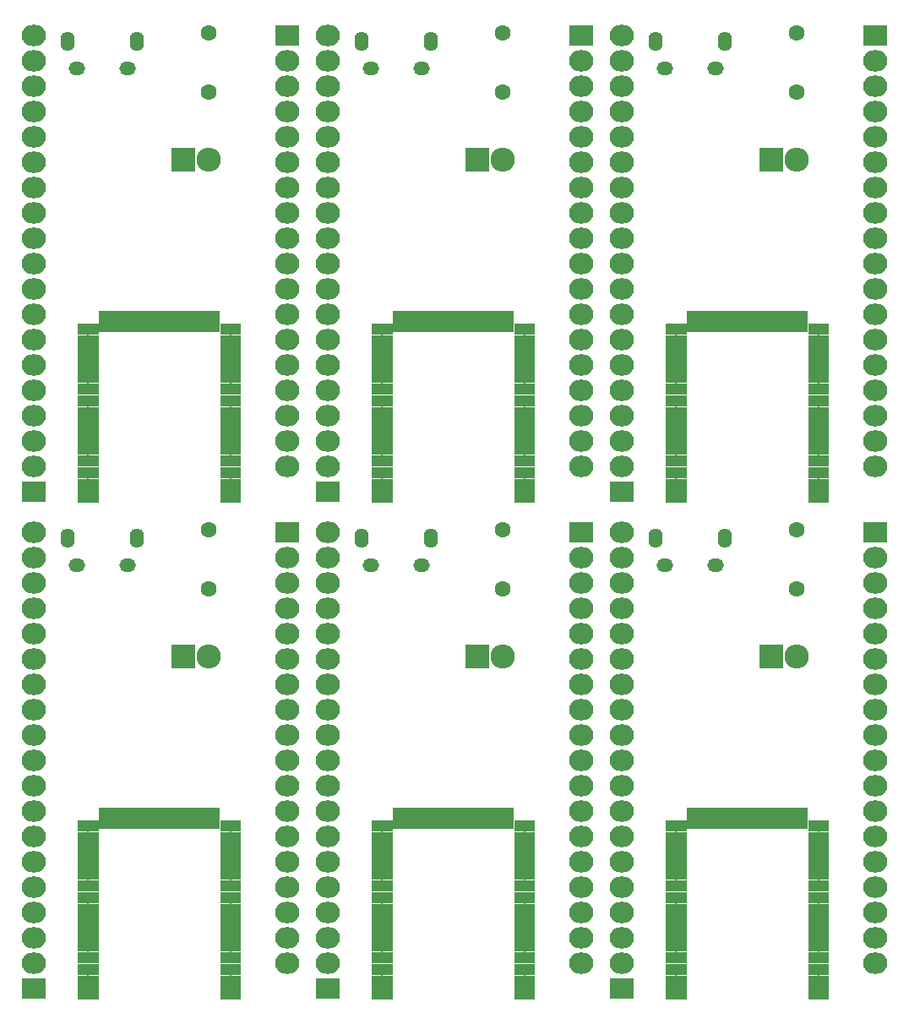
<source format=gbr>
G04 #@! TF.GenerationSoftware,KiCad,Pcbnew,5.0.0-rc2-dev-unknown-ce1bd4c~62~ubuntu16.04.1*
G04 #@! TF.CreationDate,2018-03-08T22:04:42+01:00*
G04 #@! TF.ProjectId,BM23_multi,424D32335F6D756C74692E6B69636164,rev?*
G04 #@! TF.SameCoordinates,Original*
G04 #@! TF.FileFunction,Soldermask,Bot*
G04 #@! TF.FilePolarity,Negative*
%FSLAX46Y46*%
G04 Gerber Fmt 4.6, Leading zero omitted, Abs format (unit mm)*
G04 Created by KiCad (PCBNEW 5.0.0-rc2-dev-unknown-ce1bd4c~62~ubuntu16.04.1) date Thu Mar  8 22:04:42 2018*
%MOMM*%
%LPD*%
G01*
G04 APERTURE LIST*
%ADD10O,2.432000X2.127200*%
%ADD11R,2.432000X2.127200*%
%ADD12C,1.600000*%
%ADD13O,2.432000X2.432000*%
%ADD14R,2.432000X2.432000*%
%ADD15C,1.250000*%
%ADD16C,0.050000*%
%ADD17C,1.160000*%
%ADD18O,1.400000X1.950000*%
%ADD19O,1.650000X1.350000*%
G04 APERTURE END LIST*
D10*
X236728000Y-169164000D03*
X236728000Y-166624000D03*
X236728000Y-164084000D03*
X236728000Y-161544000D03*
X236728000Y-159004000D03*
X236728000Y-156464000D03*
X236728000Y-153924000D03*
X236728000Y-151384000D03*
X236728000Y-148844000D03*
X236728000Y-146304000D03*
X236728000Y-143764000D03*
X236728000Y-141224000D03*
X236728000Y-138684000D03*
X236728000Y-136144000D03*
X236728000Y-133604000D03*
X236728000Y-131064000D03*
X236728000Y-128524000D03*
D11*
X236728000Y-125984000D03*
D10*
X211328000Y-125984000D03*
X211328000Y-128524000D03*
X211328000Y-131064000D03*
X211328000Y-133604000D03*
X211328000Y-136144000D03*
X211328000Y-138684000D03*
X211328000Y-141224000D03*
X211328000Y-143764000D03*
X211328000Y-146304000D03*
X211328000Y-148844000D03*
X211328000Y-151384000D03*
X211328000Y-153924000D03*
X211328000Y-156464000D03*
X211328000Y-159004000D03*
X211328000Y-161544000D03*
X211328000Y-164084000D03*
X211328000Y-166624000D03*
X211328000Y-169164000D03*
D11*
X211328000Y-171704000D03*
D12*
X228854000Y-125730000D03*
X228854000Y-131730000D03*
D13*
X228854000Y-138430000D03*
D14*
X226314000Y-138430000D03*
D15*
X218508000Y-154698000D03*
D16*
G36*
X217883000Y-155748000D02*
X217883000Y-153648000D01*
X219133000Y-153648000D01*
X219133000Y-155748000D01*
X217883000Y-155748000D01*
X217883000Y-155748000D01*
G37*
D15*
X219708000Y-154698000D03*
D16*
G36*
X219083000Y-155748000D02*
X219083000Y-153648000D01*
X220333000Y-153648000D01*
X220333000Y-155748000D01*
X219083000Y-155748000D01*
X219083000Y-155748000D01*
G37*
D15*
X220908000Y-154698000D03*
D16*
G36*
X220283000Y-155748000D02*
X220283000Y-153648000D01*
X221533000Y-153648000D01*
X221533000Y-155748000D01*
X220283000Y-155748000D01*
X220283000Y-155748000D01*
G37*
D15*
X222108000Y-154698000D03*
D16*
G36*
X221483000Y-155748000D02*
X221483000Y-153648000D01*
X222733000Y-153648000D01*
X222733000Y-155748000D01*
X221483000Y-155748000D01*
X221483000Y-155748000D01*
G37*
D15*
X223308000Y-154698000D03*
D16*
G36*
X222683000Y-155748000D02*
X222683000Y-153648000D01*
X223933000Y-153648000D01*
X223933000Y-155748000D01*
X222683000Y-155748000D01*
X222683000Y-155748000D01*
G37*
D15*
X224508000Y-154698000D03*
D16*
G36*
X223883000Y-155748000D02*
X223883000Y-153648000D01*
X225133000Y-153648000D01*
X225133000Y-155748000D01*
X223883000Y-155748000D01*
X223883000Y-155748000D01*
G37*
D15*
X225708000Y-154698000D03*
D16*
G36*
X225083000Y-155748000D02*
X225083000Y-153648000D01*
X226333000Y-153648000D01*
X226333000Y-155748000D01*
X225083000Y-155748000D01*
X225083000Y-155748000D01*
G37*
D15*
X226908000Y-154698000D03*
D16*
G36*
X226283000Y-155748000D02*
X226283000Y-153648000D01*
X227533000Y-153648000D01*
X227533000Y-155748000D01*
X226283000Y-155748000D01*
X226283000Y-155748000D01*
G37*
D15*
X228108000Y-154698000D03*
D16*
G36*
X227483000Y-155748000D02*
X227483000Y-153648000D01*
X228733000Y-153648000D01*
X228733000Y-155748000D01*
X227483000Y-155748000D01*
X227483000Y-155748000D01*
G37*
D17*
X231058000Y-171048000D03*
D16*
G36*
X230008000Y-170468000D02*
X232108000Y-170468000D01*
X232108000Y-171628000D01*
X230008000Y-171628000D01*
X230008000Y-170468000D01*
X230008000Y-170468000D01*
G37*
D17*
X231058000Y-169848000D03*
D16*
G36*
X230008000Y-169268000D02*
X232108000Y-169268000D01*
X232108000Y-170428000D01*
X230008000Y-170428000D01*
X230008000Y-169268000D01*
X230008000Y-169268000D01*
G37*
D17*
X231058000Y-156648000D03*
D16*
G36*
X230008000Y-156068000D02*
X232108000Y-156068000D01*
X232108000Y-157228000D01*
X230008000Y-157228000D01*
X230008000Y-156068000D01*
X230008000Y-156068000D01*
G37*
D17*
X231058000Y-155448000D03*
D16*
G36*
X230008000Y-154868000D02*
X232108000Y-154868000D01*
X232108000Y-156028000D01*
X230008000Y-156028000D01*
X230008000Y-154868000D01*
X230008000Y-154868000D01*
G37*
D17*
X231058000Y-161448000D03*
D16*
G36*
X230008000Y-160868000D02*
X232108000Y-160868000D01*
X232108000Y-162028000D01*
X230008000Y-162028000D01*
X230008000Y-160868000D01*
X230008000Y-160868000D01*
G37*
D17*
X231058000Y-159048000D03*
D16*
G36*
X230008000Y-158468000D02*
X232108000Y-158468000D01*
X232108000Y-159628000D01*
X230008000Y-159628000D01*
X230008000Y-158468000D01*
X230008000Y-158468000D01*
G37*
D17*
X231058000Y-160248000D03*
D16*
G36*
X230008000Y-159668000D02*
X232108000Y-159668000D01*
X232108000Y-160828000D01*
X230008000Y-160828000D01*
X230008000Y-159668000D01*
X230008000Y-159668000D01*
G37*
D17*
X231058000Y-157848000D03*
D16*
G36*
X230008000Y-157268000D02*
X232108000Y-157268000D01*
X232108000Y-158428000D01*
X230008000Y-158428000D01*
X230008000Y-157268000D01*
X230008000Y-157268000D01*
G37*
D17*
X231058000Y-168648000D03*
D16*
G36*
X230008000Y-168068000D02*
X232108000Y-168068000D01*
X232108000Y-169228000D01*
X230008000Y-169228000D01*
X230008000Y-168068000D01*
X230008000Y-168068000D01*
G37*
D17*
X231058000Y-166248000D03*
D16*
G36*
X230008000Y-165668000D02*
X232108000Y-165668000D01*
X232108000Y-166828000D01*
X230008000Y-166828000D01*
X230008000Y-165668000D01*
X230008000Y-165668000D01*
G37*
D17*
X231058000Y-167448000D03*
D16*
G36*
X230008000Y-166868000D02*
X232108000Y-166868000D01*
X232108000Y-168028000D01*
X230008000Y-168028000D01*
X230008000Y-166868000D01*
X230008000Y-166868000D01*
G37*
D17*
X231058000Y-163848000D03*
D16*
G36*
X230008000Y-163268000D02*
X232108000Y-163268000D01*
X232108000Y-164428000D01*
X230008000Y-164428000D01*
X230008000Y-163268000D01*
X230008000Y-163268000D01*
G37*
D17*
X231058000Y-165048000D03*
D16*
G36*
X230008000Y-164468000D02*
X232108000Y-164468000D01*
X232108000Y-165628000D01*
X230008000Y-165628000D01*
X230008000Y-164468000D01*
X230008000Y-164468000D01*
G37*
D17*
X231058000Y-162648000D03*
D16*
G36*
X230008000Y-162068000D02*
X232108000Y-162068000D01*
X232108000Y-163228000D01*
X230008000Y-163228000D01*
X230008000Y-162068000D01*
X230008000Y-162068000D01*
G37*
D17*
X216758000Y-163848000D03*
D16*
G36*
X215708000Y-163268000D02*
X217808000Y-163268000D01*
X217808000Y-164428000D01*
X215708000Y-164428000D01*
X215708000Y-163268000D01*
X215708000Y-163268000D01*
G37*
D17*
X216758000Y-172248000D03*
D16*
G36*
X215708000Y-171668000D02*
X217808000Y-171668000D01*
X217808000Y-172828000D01*
X215708000Y-172828000D01*
X215708000Y-171668000D01*
X215708000Y-171668000D01*
G37*
D17*
X216758000Y-167448000D03*
D16*
G36*
X215708000Y-166868000D02*
X217808000Y-166868000D01*
X217808000Y-168028000D01*
X215708000Y-168028000D01*
X215708000Y-166868000D01*
X215708000Y-166868000D01*
G37*
D17*
X216758000Y-161448000D03*
D16*
G36*
X215708000Y-160868000D02*
X217808000Y-160868000D01*
X217808000Y-162028000D01*
X215708000Y-162028000D01*
X215708000Y-160868000D01*
X215708000Y-160868000D01*
G37*
D17*
X216758000Y-168648000D03*
D16*
G36*
X215708000Y-168068000D02*
X217808000Y-168068000D01*
X217808000Y-169228000D01*
X215708000Y-169228000D01*
X215708000Y-168068000D01*
X215708000Y-168068000D01*
G37*
D17*
X216758000Y-162648000D03*
D16*
G36*
X215708000Y-162068000D02*
X217808000Y-162068000D01*
X217808000Y-163228000D01*
X215708000Y-163228000D01*
X215708000Y-162068000D01*
X215708000Y-162068000D01*
G37*
D17*
X216758000Y-159048000D03*
D16*
G36*
X215708000Y-158468000D02*
X217808000Y-158468000D01*
X217808000Y-159628000D01*
X215708000Y-159628000D01*
X215708000Y-158468000D01*
X215708000Y-158468000D01*
G37*
D17*
X216758000Y-169848000D03*
D16*
G36*
X215708000Y-169268000D02*
X217808000Y-169268000D01*
X217808000Y-170428000D01*
X215708000Y-170428000D01*
X215708000Y-169268000D01*
X215708000Y-169268000D01*
G37*
D17*
X216758000Y-165048000D03*
D16*
G36*
X215708000Y-164468000D02*
X217808000Y-164468000D01*
X217808000Y-165628000D01*
X215708000Y-165628000D01*
X215708000Y-164468000D01*
X215708000Y-164468000D01*
G37*
D17*
X216758000Y-160248000D03*
D16*
G36*
X215708000Y-159668000D02*
X217808000Y-159668000D01*
X217808000Y-160828000D01*
X215708000Y-160828000D01*
X215708000Y-159668000D01*
X215708000Y-159668000D01*
G37*
D17*
X216758000Y-157848000D03*
D16*
G36*
X215708000Y-157268000D02*
X217808000Y-157268000D01*
X217808000Y-158428000D01*
X215708000Y-158428000D01*
X215708000Y-157268000D01*
X215708000Y-157268000D01*
G37*
D17*
X216758000Y-171048000D03*
D16*
G36*
X215708000Y-170468000D02*
X217808000Y-170468000D01*
X217808000Y-171628000D01*
X215708000Y-171628000D01*
X215708000Y-170468000D01*
X215708000Y-170468000D01*
G37*
D17*
X216758000Y-166248000D03*
D16*
G36*
X215708000Y-165668000D02*
X217808000Y-165668000D01*
X217808000Y-166828000D01*
X215708000Y-166828000D01*
X215708000Y-165668000D01*
X215708000Y-165668000D01*
G37*
D17*
X216758000Y-155448000D03*
D16*
G36*
X215708000Y-154868000D02*
X217808000Y-154868000D01*
X217808000Y-156028000D01*
X215708000Y-156028000D01*
X215708000Y-154868000D01*
X215708000Y-154868000D01*
G37*
D17*
X216758000Y-156648000D03*
D16*
G36*
X215708000Y-156068000D02*
X217808000Y-156068000D01*
X217808000Y-157228000D01*
X215708000Y-157228000D01*
X215708000Y-156068000D01*
X215708000Y-156068000D01*
G37*
D15*
X229308000Y-154698000D03*
D16*
G36*
X228683000Y-155748000D02*
X228683000Y-153648000D01*
X229933000Y-153648000D01*
X229933000Y-155748000D01*
X228683000Y-155748000D01*
X228683000Y-155748000D01*
G37*
D17*
X231058000Y-172248000D03*
D16*
G36*
X230008000Y-171668000D02*
X232108000Y-171668000D01*
X232108000Y-172828000D01*
X230008000Y-172828000D01*
X230008000Y-171668000D01*
X230008000Y-171668000D01*
G37*
D18*
X214686900Y-126624540D03*
X221686900Y-126624540D03*
D19*
X215686900Y-129324540D03*
X220686900Y-129324540D03*
D10*
X207264000Y-169164000D03*
X207264000Y-166624000D03*
X207264000Y-164084000D03*
X207264000Y-161544000D03*
X207264000Y-159004000D03*
X207264000Y-156464000D03*
X207264000Y-153924000D03*
X207264000Y-151384000D03*
X207264000Y-148844000D03*
X207264000Y-146304000D03*
X207264000Y-143764000D03*
X207264000Y-141224000D03*
X207264000Y-138684000D03*
X207264000Y-136144000D03*
X207264000Y-133604000D03*
X207264000Y-131064000D03*
X207264000Y-128524000D03*
D11*
X207264000Y-125984000D03*
D10*
X181864000Y-125984000D03*
X181864000Y-128524000D03*
X181864000Y-131064000D03*
X181864000Y-133604000D03*
X181864000Y-136144000D03*
X181864000Y-138684000D03*
X181864000Y-141224000D03*
X181864000Y-143764000D03*
X181864000Y-146304000D03*
X181864000Y-148844000D03*
X181864000Y-151384000D03*
X181864000Y-153924000D03*
X181864000Y-156464000D03*
X181864000Y-159004000D03*
X181864000Y-161544000D03*
X181864000Y-164084000D03*
X181864000Y-166624000D03*
X181864000Y-169164000D03*
D11*
X181864000Y-171704000D03*
D12*
X199390000Y-125730000D03*
X199390000Y-131730000D03*
D13*
X199390000Y-138430000D03*
D14*
X196850000Y-138430000D03*
D15*
X189044000Y-154698000D03*
D16*
G36*
X188419000Y-155748000D02*
X188419000Y-153648000D01*
X189669000Y-153648000D01*
X189669000Y-155748000D01*
X188419000Y-155748000D01*
X188419000Y-155748000D01*
G37*
D15*
X190244000Y-154698000D03*
D16*
G36*
X189619000Y-155748000D02*
X189619000Y-153648000D01*
X190869000Y-153648000D01*
X190869000Y-155748000D01*
X189619000Y-155748000D01*
X189619000Y-155748000D01*
G37*
D15*
X191444000Y-154698000D03*
D16*
G36*
X190819000Y-155748000D02*
X190819000Y-153648000D01*
X192069000Y-153648000D01*
X192069000Y-155748000D01*
X190819000Y-155748000D01*
X190819000Y-155748000D01*
G37*
D15*
X192644000Y-154698000D03*
D16*
G36*
X192019000Y-155748000D02*
X192019000Y-153648000D01*
X193269000Y-153648000D01*
X193269000Y-155748000D01*
X192019000Y-155748000D01*
X192019000Y-155748000D01*
G37*
D15*
X193844000Y-154698000D03*
D16*
G36*
X193219000Y-155748000D02*
X193219000Y-153648000D01*
X194469000Y-153648000D01*
X194469000Y-155748000D01*
X193219000Y-155748000D01*
X193219000Y-155748000D01*
G37*
D15*
X195044000Y-154698000D03*
D16*
G36*
X194419000Y-155748000D02*
X194419000Y-153648000D01*
X195669000Y-153648000D01*
X195669000Y-155748000D01*
X194419000Y-155748000D01*
X194419000Y-155748000D01*
G37*
D15*
X196244000Y-154698000D03*
D16*
G36*
X195619000Y-155748000D02*
X195619000Y-153648000D01*
X196869000Y-153648000D01*
X196869000Y-155748000D01*
X195619000Y-155748000D01*
X195619000Y-155748000D01*
G37*
D15*
X197444000Y-154698000D03*
D16*
G36*
X196819000Y-155748000D02*
X196819000Y-153648000D01*
X198069000Y-153648000D01*
X198069000Y-155748000D01*
X196819000Y-155748000D01*
X196819000Y-155748000D01*
G37*
D15*
X198644000Y-154698000D03*
D16*
G36*
X198019000Y-155748000D02*
X198019000Y-153648000D01*
X199269000Y-153648000D01*
X199269000Y-155748000D01*
X198019000Y-155748000D01*
X198019000Y-155748000D01*
G37*
D17*
X201594000Y-171048000D03*
D16*
G36*
X200544000Y-170468000D02*
X202644000Y-170468000D01*
X202644000Y-171628000D01*
X200544000Y-171628000D01*
X200544000Y-170468000D01*
X200544000Y-170468000D01*
G37*
D17*
X201594000Y-169848000D03*
D16*
G36*
X200544000Y-169268000D02*
X202644000Y-169268000D01*
X202644000Y-170428000D01*
X200544000Y-170428000D01*
X200544000Y-169268000D01*
X200544000Y-169268000D01*
G37*
D17*
X201594000Y-156648000D03*
D16*
G36*
X200544000Y-156068000D02*
X202644000Y-156068000D01*
X202644000Y-157228000D01*
X200544000Y-157228000D01*
X200544000Y-156068000D01*
X200544000Y-156068000D01*
G37*
D17*
X201594000Y-155448000D03*
D16*
G36*
X200544000Y-154868000D02*
X202644000Y-154868000D01*
X202644000Y-156028000D01*
X200544000Y-156028000D01*
X200544000Y-154868000D01*
X200544000Y-154868000D01*
G37*
D17*
X201594000Y-161448000D03*
D16*
G36*
X200544000Y-160868000D02*
X202644000Y-160868000D01*
X202644000Y-162028000D01*
X200544000Y-162028000D01*
X200544000Y-160868000D01*
X200544000Y-160868000D01*
G37*
D17*
X201594000Y-159048000D03*
D16*
G36*
X200544000Y-158468000D02*
X202644000Y-158468000D01*
X202644000Y-159628000D01*
X200544000Y-159628000D01*
X200544000Y-158468000D01*
X200544000Y-158468000D01*
G37*
D17*
X201594000Y-160248000D03*
D16*
G36*
X200544000Y-159668000D02*
X202644000Y-159668000D01*
X202644000Y-160828000D01*
X200544000Y-160828000D01*
X200544000Y-159668000D01*
X200544000Y-159668000D01*
G37*
D17*
X201594000Y-157848000D03*
D16*
G36*
X200544000Y-157268000D02*
X202644000Y-157268000D01*
X202644000Y-158428000D01*
X200544000Y-158428000D01*
X200544000Y-157268000D01*
X200544000Y-157268000D01*
G37*
D17*
X201594000Y-168648000D03*
D16*
G36*
X200544000Y-168068000D02*
X202644000Y-168068000D01*
X202644000Y-169228000D01*
X200544000Y-169228000D01*
X200544000Y-168068000D01*
X200544000Y-168068000D01*
G37*
D17*
X201594000Y-166248000D03*
D16*
G36*
X200544000Y-165668000D02*
X202644000Y-165668000D01*
X202644000Y-166828000D01*
X200544000Y-166828000D01*
X200544000Y-165668000D01*
X200544000Y-165668000D01*
G37*
D17*
X201594000Y-167448000D03*
D16*
G36*
X200544000Y-166868000D02*
X202644000Y-166868000D01*
X202644000Y-168028000D01*
X200544000Y-168028000D01*
X200544000Y-166868000D01*
X200544000Y-166868000D01*
G37*
D17*
X201594000Y-163848000D03*
D16*
G36*
X200544000Y-163268000D02*
X202644000Y-163268000D01*
X202644000Y-164428000D01*
X200544000Y-164428000D01*
X200544000Y-163268000D01*
X200544000Y-163268000D01*
G37*
D17*
X201594000Y-165048000D03*
D16*
G36*
X200544000Y-164468000D02*
X202644000Y-164468000D01*
X202644000Y-165628000D01*
X200544000Y-165628000D01*
X200544000Y-164468000D01*
X200544000Y-164468000D01*
G37*
D17*
X201594000Y-162648000D03*
D16*
G36*
X200544000Y-162068000D02*
X202644000Y-162068000D01*
X202644000Y-163228000D01*
X200544000Y-163228000D01*
X200544000Y-162068000D01*
X200544000Y-162068000D01*
G37*
D17*
X187294000Y-163848000D03*
D16*
G36*
X186244000Y-163268000D02*
X188344000Y-163268000D01*
X188344000Y-164428000D01*
X186244000Y-164428000D01*
X186244000Y-163268000D01*
X186244000Y-163268000D01*
G37*
D17*
X187294000Y-172248000D03*
D16*
G36*
X186244000Y-171668000D02*
X188344000Y-171668000D01*
X188344000Y-172828000D01*
X186244000Y-172828000D01*
X186244000Y-171668000D01*
X186244000Y-171668000D01*
G37*
D17*
X187294000Y-167448000D03*
D16*
G36*
X186244000Y-166868000D02*
X188344000Y-166868000D01*
X188344000Y-168028000D01*
X186244000Y-168028000D01*
X186244000Y-166868000D01*
X186244000Y-166868000D01*
G37*
D17*
X187294000Y-161448000D03*
D16*
G36*
X186244000Y-160868000D02*
X188344000Y-160868000D01*
X188344000Y-162028000D01*
X186244000Y-162028000D01*
X186244000Y-160868000D01*
X186244000Y-160868000D01*
G37*
D17*
X187294000Y-168648000D03*
D16*
G36*
X186244000Y-168068000D02*
X188344000Y-168068000D01*
X188344000Y-169228000D01*
X186244000Y-169228000D01*
X186244000Y-168068000D01*
X186244000Y-168068000D01*
G37*
D17*
X187294000Y-162648000D03*
D16*
G36*
X186244000Y-162068000D02*
X188344000Y-162068000D01*
X188344000Y-163228000D01*
X186244000Y-163228000D01*
X186244000Y-162068000D01*
X186244000Y-162068000D01*
G37*
D17*
X187294000Y-159048000D03*
D16*
G36*
X186244000Y-158468000D02*
X188344000Y-158468000D01*
X188344000Y-159628000D01*
X186244000Y-159628000D01*
X186244000Y-158468000D01*
X186244000Y-158468000D01*
G37*
D17*
X187294000Y-169848000D03*
D16*
G36*
X186244000Y-169268000D02*
X188344000Y-169268000D01*
X188344000Y-170428000D01*
X186244000Y-170428000D01*
X186244000Y-169268000D01*
X186244000Y-169268000D01*
G37*
D17*
X187294000Y-165048000D03*
D16*
G36*
X186244000Y-164468000D02*
X188344000Y-164468000D01*
X188344000Y-165628000D01*
X186244000Y-165628000D01*
X186244000Y-164468000D01*
X186244000Y-164468000D01*
G37*
D17*
X187294000Y-160248000D03*
D16*
G36*
X186244000Y-159668000D02*
X188344000Y-159668000D01*
X188344000Y-160828000D01*
X186244000Y-160828000D01*
X186244000Y-159668000D01*
X186244000Y-159668000D01*
G37*
D17*
X187294000Y-157848000D03*
D16*
G36*
X186244000Y-157268000D02*
X188344000Y-157268000D01*
X188344000Y-158428000D01*
X186244000Y-158428000D01*
X186244000Y-157268000D01*
X186244000Y-157268000D01*
G37*
D17*
X187294000Y-171048000D03*
D16*
G36*
X186244000Y-170468000D02*
X188344000Y-170468000D01*
X188344000Y-171628000D01*
X186244000Y-171628000D01*
X186244000Y-170468000D01*
X186244000Y-170468000D01*
G37*
D17*
X187294000Y-166248000D03*
D16*
G36*
X186244000Y-165668000D02*
X188344000Y-165668000D01*
X188344000Y-166828000D01*
X186244000Y-166828000D01*
X186244000Y-165668000D01*
X186244000Y-165668000D01*
G37*
D17*
X187294000Y-155448000D03*
D16*
G36*
X186244000Y-154868000D02*
X188344000Y-154868000D01*
X188344000Y-156028000D01*
X186244000Y-156028000D01*
X186244000Y-154868000D01*
X186244000Y-154868000D01*
G37*
D17*
X187294000Y-156648000D03*
D16*
G36*
X186244000Y-156068000D02*
X188344000Y-156068000D01*
X188344000Y-157228000D01*
X186244000Y-157228000D01*
X186244000Y-156068000D01*
X186244000Y-156068000D01*
G37*
D15*
X199844000Y-154698000D03*
D16*
G36*
X199219000Y-155748000D02*
X199219000Y-153648000D01*
X200469000Y-153648000D01*
X200469000Y-155748000D01*
X199219000Y-155748000D01*
X199219000Y-155748000D01*
G37*
D17*
X201594000Y-172248000D03*
D16*
G36*
X200544000Y-171668000D02*
X202644000Y-171668000D01*
X202644000Y-172828000D01*
X200544000Y-172828000D01*
X200544000Y-171668000D01*
X200544000Y-171668000D01*
G37*
D18*
X185222900Y-126624540D03*
X192222900Y-126624540D03*
D19*
X186222900Y-129324540D03*
X191222900Y-129324540D03*
D10*
X177800000Y-169164000D03*
X177800000Y-166624000D03*
X177800000Y-164084000D03*
X177800000Y-161544000D03*
X177800000Y-159004000D03*
X177800000Y-156464000D03*
X177800000Y-153924000D03*
X177800000Y-151384000D03*
X177800000Y-148844000D03*
X177800000Y-146304000D03*
X177800000Y-143764000D03*
X177800000Y-141224000D03*
X177800000Y-138684000D03*
X177800000Y-136144000D03*
X177800000Y-133604000D03*
X177800000Y-131064000D03*
X177800000Y-128524000D03*
D11*
X177800000Y-125984000D03*
D10*
X152400000Y-125984000D03*
X152400000Y-128524000D03*
X152400000Y-131064000D03*
X152400000Y-133604000D03*
X152400000Y-136144000D03*
X152400000Y-138684000D03*
X152400000Y-141224000D03*
X152400000Y-143764000D03*
X152400000Y-146304000D03*
X152400000Y-148844000D03*
X152400000Y-151384000D03*
X152400000Y-153924000D03*
X152400000Y-156464000D03*
X152400000Y-159004000D03*
X152400000Y-161544000D03*
X152400000Y-164084000D03*
X152400000Y-166624000D03*
X152400000Y-169164000D03*
D11*
X152400000Y-171704000D03*
D12*
X169926000Y-125730000D03*
X169926000Y-131730000D03*
D13*
X169926000Y-138430000D03*
D14*
X167386000Y-138430000D03*
D15*
X159580000Y-154698000D03*
D16*
G36*
X158955000Y-155748000D02*
X158955000Y-153648000D01*
X160205000Y-153648000D01*
X160205000Y-155748000D01*
X158955000Y-155748000D01*
X158955000Y-155748000D01*
G37*
D15*
X160780000Y-154698000D03*
D16*
G36*
X160155000Y-155748000D02*
X160155000Y-153648000D01*
X161405000Y-153648000D01*
X161405000Y-155748000D01*
X160155000Y-155748000D01*
X160155000Y-155748000D01*
G37*
D15*
X161980000Y-154698000D03*
D16*
G36*
X161355000Y-155748000D02*
X161355000Y-153648000D01*
X162605000Y-153648000D01*
X162605000Y-155748000D01*
X161355000Y-155748000D01*
X161355000Y-155748000D01*
G37*
D15*
X163180000Y-154698000D03*
D16*
G36*
X162555000Y-155748000D02*
X162555000Y-153648000D01*
X163805000Y-153648000D01*
X163805000Y-155748000D01*
X162555000Y-155748000D01*
X162555000Y-155748000D01*
G37*
D15*
X164380000Y-154698000D03*
D16*
G36*
X163755000Y-155748000D02*
X163755000Y-153648000D01*
X165005000Y-153648000D01*
X165005000Y-155748000D01*
X163755000Y-155748000D01*
X163755000Y-155748000D01*
G37*
D15*
X165580000Y-154698000D03*
D16*
G36*
X164955000Y-155748000D02*
X164955000Y-153648000D01*
X166205000Y-153648000D01*
X166205000Y-155748000D01*
X164955000Y-155748000D01*
X164955000Y-155748000D01*
G37*
D15*
X166780000Y-154698000D03*
D16*
G36*
X166155000Y-155748000D02*
X166155000Y-153648000D01*
X167405000Y-153648000D01*
X167405000Y-155748000D01*
X166155000Y-155748000D01*
X166155000Y-155748000D01*
G37*
D15*
X167980000Y-154698000D03*
D16*
G36*
X167355000Y-155748000D02*
X167355000Y-153648000D01*
X168605000Y-153648000D01*
X168605000Y-155748000D01*
X167355000Y-155748000D01*
X167355000Y-155748000D01*
G37*
D15*
X169180000Y-154698000D03*
D16*
G36*
X168555000Y-155748000D02*
X168555000Y-153648000D01*
X169805000Y-153648000D01*
X169805000Y-155748000D01*
X168555000Y-155748000D01*
X168555000Y-155748000D01*
G37*
D17*
X172130000Y-171048000D03*
D16*
G36*
X171080000Y-170468000D02*
X173180000Y-170468000D01*
X173180000Y-171628000D01*
X171080000Y-171628000D01*
X171080000Y-170468000D01*
X171080000Y-170468000D01*
G37*
D17*
X172130000Y-169848000D03*
D16*
G36*
X171080000Y-169268000D02*
X173180000Y-169268000D01*
X173180000Y-170428000D01*
X171080000Y-170428000D01*
X171080000Y-169268000D01*
X171080000Y-169268000D01*
G37*
D17*
X172130000Y-156648000D03*
D16*
G36*
X171080000Y-156068000D02*
X173180000Y-156068000D01*
X173180000Y-157228000D01*
X171080000Y-157228000D01*
X171080000Y-156068000D01*
X171080000Y-156068000D01*
G37*
D17*
X172130000Y-155448000D03*
D16*
G36*
X171080000Y-154868000D02*
X173180000Y-154868000D01*
X173180000Y-156028000D01*
X171080000Y-156028000D01*
X171080000Y-154868000D01*
X171080000Y-154868000D01*
G37*
D17*
X172130000Y-161448000D03*
D16*
G36*
X171080000Y-160868000D02*
X173180000Y-160868000D01*
X173180000Y-162028000D01*
X171080000Y-162028000D01*
X171080000Y-160868000D01*
X171080000Y-160868000D01*
G37*
D17*
X172130000Y-159048000D03*
D16*
G36*
X171080000Y-158468000D02*
X173180000Y-158468000D01*
X173180000Y-159628000D01*
X171080000Y-159628000D01*
X171080000Y-158468000D01*
X171080000Y-158468000D01*
G37*
D17*
X172130000Y-160248000D03*
D16*
G36*
X171080000Y-159668000D02*
X173180000Y-159668000D01*
X173180000Y-160828000D01*
X171080000Y-160828000D01*
X171080000Y-159668000D01*
X171080000Y-159668000D01*
G37*
D17*
X172130000Y-157848000D03*
D16*
G36*
X171080000Y-157268000D02*
X173180000Y-157268000D01*
X173180000Y-158428000D01*
X171080000Y-158428000D01*
X171080000Y-157268000D01*
X171080000Y-157268000D01*
G37*
D17*
X172130000Y-168648000D03*
D16*
G36*
X171080000Y-168068000D02*
X173180000Y-168068000D01*
X173180000Y-169228000D01*
X171080000Y-169228000D01*
X171080000Y-168068000D01*
X171080000Y-168068000D01*
G37*
D17*
X172130000Y-166248000D03*
D16*
G36*
X171080000Y-165668000D02*
X173180000Y-165668000D01*
X173180000Y-166828000D01*
X171080000Y-166828000D01*
X171080000Y-165668000D01*
X171080000Y-165668000D01*
G37*
D17*
X172130000Y-167448000D03*
D16*
G36*
X171080000Y-166868000D02*
X173180000Y-166868000D01*
X173180000Y-168028000D01*
X171080000Y-168028000D01*
X171080000Y-166868000D01*
X171080000Y-166868000D01*
G37*
D17*
X172130000Y-163848000D03*
D16*
G36*
X171080000Y-163268000D02*
X173180000Y-163268000D01*
X173180000Y-164428000D01*
X171080000Y-164428000D01*
X171080000Y-163268000D01*
X171080000Y-163268000D01*
G37*
D17*
X172130000Y-165048000D03*
D16*
G36*
X171080000Y-164468000D02*
X173180000Y-164468000D01*
X173180000Y-165628000D01*
X171080000Y-165628000D01*
X171080000Y-164468000D01*
X171080000Y-164468000D01*
G37*
D17*
X172130000Y-162648000D03*
D16*
G36*
X171080000Y-162068000D02*
X173180000Y-162068000D01*
X173180000Y-163228000D01*
X171080000Y-163228000D01*
X171080000Y-162068000D01*
X171080000Y-162068000D01*
G37*
D17*
X157830000Y-163848000D03*
D16*
G36*
X156780000Y-163268000D02*
X158880000Y-163268000D01*
X158880000Y-164428000D01*
X156780000Y-164428000D01*
X156780000Y-163268000D01*
X156780000Y-163268000D01*
G37*
D17*
X157830000Y-172248000D03*
D16*
G36*
X156780000Y-171668000D02*
X158880000Y-171668000D01*
X158880000Y-172828000D01*
X156780000Y-172828000D01*
X156780000Y-171668000D01*
X156780000Y-171668000D01*
G37*
D17*
X157830000Y-167448000D03*
D16*
G36*
X156780000Y-166868000D02*
X158880000Y-166868000D01*
X158880000Y-168028000D01*
X156780000Y-168028000D01*
X156780000Y-166868000D01*
X156780000Y-166868000D01*
G37*
D17*
X157830000Y-161448000D03*
D16*
G36*
X156780000Y-160868000D02*
X158880000Y-160868000D01*
X158880000Y-162028000D01*
X156780000Y-162028000D01*
X156780000Y-160868000D01*
X156780000Y-160868000D01*
G37*
D17*
X157830000Y-168648000D03*
D16*
G36*
X156780000Y-168068000D02*
X158880000Y-168068000D01*
X158880000Y-169228000D01*
X156780000Y-169228000D01*
X156780000Y-168068000D01*
X156780000Y-168068000D01*
G37*
D17*
X157830000Y-162648000D03*
D16*
G36*
X156780000Y-162068000D02*
X158880000Y-162068000D01*
X158880000Y-163228000D01*
X156780000Y-163228000D01*
X156780000Y-162068000D01*
X156780000Y-162068000D01*
G37*
D17*
X157830000Y-159048000D03*
D16*
G36*
X156780000Y-158468000D02*
X158880000Y-158468000D01*
X158880000Y-159628000D01*
X156780000Y-159628000D01*
X156780000Y-158468000D01*
X156780000Y-158468000D01*
G37*
D17*
X157830000Y-169848000D03*
D16*
G36*
X156780000Y-169268000D02*
X158880000Y-169268000D01*
X158880000Y-170428000D01*
X156780000Y-170428000D01*
X156780000Y-169268000D01*
X156780000Y-169268000D01*
G37*
D17*
X157830000Y-165048000D03*
D16*
G36*
X156780000Y-164468000D02*
X158880000Y-164468000D01*
X158880000Y-165628000D01*
X156780000Y-165628000D01*
X156780000Y-164468000D01*
X156780000Y-164468000D01*
G37*
D17*
X157830000Y-160248000D03*
D16*
G36*
X156780000Y-159668000D02*
X158880000Y-159668000D01*
X158880000Y-160828000D01*
X156780000Y-160828000D01*
X156780000Y-159668000D01*
X156780000Y-159668000D01*
G37*
D17*
X157830000Y-157848000D03*
D16*
G36*
X156780000Y-157268000D02*
X158880000Y-157268000D01*
X158880000Y-158428000D01*
X156780000Y-158428000D01*
X156780000Y-157268000D01*
X156780000Y-157268000D01*
G37*
D17*
X157830000Y-171048000D03*
D16*
G36*
X156780000Y-170468000D02*
X158880000Y-170468000D01*
X158880000Y-171628000D01*
X156780000Y-171628000D01*
X156780000Y-170468000D01*
X156780000Y-170468000D01*
G37*
D17*
X157830000Y-166248000D03*
D16*
G36*
X156780000Y-165668000D02*
X158880000Y-165668000D01*
X158880000Y-166828000D01*
X156780000Y-166828000D01*
X156780000Y-165668000D01*
X156780000Y-165668000D01*
G37*
D17*
X157830000Y-155448000D03*
D16*
G36*
X156780000Y-154868000D02*
X158880000Y-154868000D01*
X158880000Y-156028000D01*
X156780000Y-156028000D01*
X156780000Y-154868000D01*
X156780000Y-154868000D01*
G37*
D17*
X157830000Y-156648000D03*
D16*
G36*
X156780000Y-156068000D02*
X158880000Y-156068000D01*
X158880000Y-157228000D01*
X156780000Y-157228000D01*
X156780000Y-156068000D01*
X156780000Y-156068000D01*
G37*
D15*
X170380000Y-154698000D03*
D16*
G36*
X169755000Y-155748000D02*
X169755000Y-153648000D01*
X171005000Y-153648000D01*
X171005000Y-155748000D01*
X169755000Y-155748000D01*
X169755000Y-155748000D01*
G37*
D17*
X172130000Y-172248000D03*
D16*
G36*
X171080000Y-171668000D02*
X173180000Y-171668000D01*
X173180000Y-172828000D01*
X171080000Y-172828000D01*
X171080000Y-171668000D01*
X171080000Y-171668000D01*
G37*
D18*
X155758900Y-126624540D03*
X162758900Y-126624540D03*
D19*
X156758900Y-129324540D03*
X161758900Y-129324540D03*
D10*
X236728000Y-119380000D03*
X236728000Y-116840000D03*
X236728000Y-114300000D03*
X236728000Y-111760000D03*
X236728000Y-109220000D03*
X236728000Y-106680000D03*
X236728000Y-104140000D03*
X236728000Y-101600000D03*
X236728000Y-99060000D03*
X236728000Y-96520000D03*
X236728000Y-93980000D03*
X236728000Y-91440000D03*
X236728000Y-88900000D03*
X236728000Y-86360000D03*
X236728000Y-83820000D03*
X236728000Y-81280000D03*
X236728000Y-78740000D03*
D11*
X236728000Y-76200000D03*
D10*
X211328000Y-76200000D03*
X211328000Y-78740000D03*
X211328000Y-81280000D03*
X211328000Y-83820000D03*
X211328000Y-86360000D03*
X211328000Y-88900000D03*
X211328000Y-91440000D03*
X211328000Y-93980000D03*
X211328000Y-96520000D03*
X211328000Y-99060000D03*
X211328000Y-101600000D03*
X211328000Y-104140000D03*
X211328000Y-106680000D03*
X211328000Y-109220000D03*
X211328000Y-111760000D03*
X211328000Y-114300000D03*
X211328000Y-116840000D03*
X211328000Y-119380000D03*
D11*
X211328000Y-121920000D03*
D12*
X228854000Y-75946000D03*
X228854000Y-81946000D03*
D13*
X228854000Y-88646000D03*
D14*
X226314000Y-88646000D03*
D15*
X218508000Y-104914000D03*
D16*
G36*
X217883000Y-105964000D02*
X217883000Y-103864000D01*
X219133000Y-103864000D01*
X219133000Y-105964000D01*
X217883000Y-105964000D01*
X217883000Y-105964000D01*
G37*
D15*
X219708000Y-104914000D03*
D16*
G36*
X219083000Y-105964000D02*
X219083000Y-103864000D01*
X220333000Y-103864000D01*
X220333000Y-105964000D01*
X219083000Y-105964000D01*
X219083000Y-105964000D01*
G37*
D15*
X220908000Y-104914000D03*
D16*
G36*
X220283000Y-105964000D02*
X220283000Y-103864000D01*
X221533000Y-103864000D01*
X221533000Y-105964000D01*
X220283000Y-105964000D01*
X220283000Y-105964000D01*
G37*
D15*
X222108000Y-104914000D03*
D16*
G36*
X221483000Y-105964000D02*
X221483000Y-103864000D01*
X222733000Y-103864000D01*
X222733000Y-105964000D01*
X221483000Y-105964000D01*
X221483000Y-105964000D01*
G37*
D15*
X223308000Y-104914000D03*
D16*
G36*
X222683000Y-105964000D02*
X222683000Y-103864000D01*
X223933000Y-103864000D01*
X223933000Y-105964000D01*
X222683000Y-105964000D01*
X222683000Y-105964000D01*
G37*
D15*
X224508000Y-104914000D03*
D16*
G36*
X223883000Y-105964000D02*
X223883000Y-103864000D01*
X225133000Y-103864000D01*
X225133000Y-105964000D01*
X223883000Y-105964000D01*
X223883000Y-105964000D01*
G37*
D15*
X225708000Y-104914000D03*
D16*
G36*
X225083000Y-105964000D02*
X225083000Y-103864000D01*
X226333000Y-103864000D01*
X226333000Y-105964000D01*
X225083000Y-105964000D01*
X225083000Y-105964000D01*
G37*
D15*
X226908000Y-104914000D03*
D16*
G36*
X226283000Y-105964000D02*
X226283000Y-103864000D01*
X227533000Y-103864000D01*
X227533000Y-105964000D01*
X226283000Y-105964000D01*
X226283000Y-105964000D01*
G37*
D15*
X228108000Y-104914000D03*
D16*
G36*
X227483000Y-105964000D02*
X227483000Y-103864000D01*
X228733000Y-103864000D01*
X228733000Y-105964000D01*
X227483000Y-105964000D01*
X227483000Y-105964000D01*
G37*
D17*
X231058000Y-121264000D03*
D16*
G36*
X230008000Y-120684000D02*
X232108000Y-120684000D01*
X232108000Y-121844000D01*
X230008000Y-121844000D01*
X230008000Y-120684000D01*
X230008000Y-120684000D01*
G37*
D17*
X231058000Y-120064000D03*
D16*
G36*
X230008000Y-119484000D02*
X232108000Y-119484000D01*
X232108000Y-120644000D01*
X230008000Y-120644000D01*
X230008000Y-119484000D01*
X230008000Y-119484000D01*
G37*
D17*
X231058000Y-106864000D03*
D16*
G36*
X230008000Y-106284000D02*
X232108000Y-106284000D01*
X232108000Y-107444000D01*
X230008000Y-107444000D01*
X230008000Y-106284000D01*
X230008000Y-106284000D01*
G37*
D17*
X231058000Y-105664000D03*
D16*
G36*
X230008000Y-105084000D02*
X232108000Y-105084000D01*
X232108000Y-106244000D01*
X230008000Y-106244000D01*
X230008000Y-105084000D01*
X230008000Y-105084000D01*
G37*
D17*
X231058000Y-111664000D03*
D16*
G36*
X230008000Y-111084000D02*
X232108000Y-111084000D01*
X232108000Y-112244000D01*
X230008000Y-112244000D01*
X230008000Y-111084000D01*
X230008000Y-111084000D01*
G37*
D17*
X231058000Y-109264000D03*
D16*
G36*
X230008000Y-108684000D02*
X232108000Y-108684000D01*
X232108000Y-109844000D01*
X230008000Y-109844000D01*
X230008000Y-108684000D01*
X230008000Y-108684000D01*
G37*
D17*
X231058000Y-110464000D03*
D16*
G36*
X230008000Y-109884000D02*
X232108000Y-109884000D01*
X232108000Y-111044000D01*
X230008000Y-111044000D01*
X230008000Y-109884000D01*
X230008000Y-109884000D01*
G37*
D17*
X231058000Y-108064000D03*
D16*
G36*
X230008000Y-107484000D02*
X232108000Y-107484000D01*
X232108000Y-108644000D01*
X230008000Y-108644000D01*
X230008000Y-107484000D01*
X230008000Y-107484000D01*
G37*
D17*
X231058000Y-118864000D03*
D16*
G36*
X230008000Y-118284000D02*
X232108000Y-118284000D01*
X232108000Y-119444000D01*
X230008000Y-119444000D01*
X230008000Y-118284000D01*
X230008000Y-118284000D01*
G37*
D17*
X231058000Y-116464000D03*
D16*
G36*
X230008000Y-115884000D02*
X232108000Y-115884000D01*
X232108000Y-117044000D01*
X230008000Y-117044000D01*
X230008000Y-115884000D01*
X230008000Y-115884000D01*
G37*
D17*
X231058000Y-117664000D03*
D16*
G36*
X230008000Y-117084000D02*
X232108000Y-117084000D01*
X232108000Y-118244000D01*
X230008000Y-118244000D01*
X230008000Y-117084000D01*
X230008000Y-117084000D01*
G37*
D17*
X231058000Y-114064000D03*
D16*
G36*
X230008000Y-113484000D02*
X232108000Y-113484000D01*
X232108000Y-114644000D01*
X230008000Y-114644000D01*
X230008000Y-113484000D01*
X230008000Y-113484000D01*
G37*
D17*
X231058000Y-115264000D03*
D16*
G36*
X230008000Y-114684000D02*
X232108000Y-114684000D01*
X232108000Y-115844000D01*
X230008000Y-115844000D01*
X230008000Y-114684000D01*
X230008000Y-114684000D01*
G37*
D17*
X231058000Y-112864000D03*
D16*
G36*
X230008000Y-112284000D02*
X232108000Y-112284000D01*
X232108000Y-113444000D01*
X230008000Y-113444000D01*
X230008000Y-112284000D01*
X230008000Y-112284000D01*
G37*
D17*
X216758000Y-114064000D03*
D16*
G36*
X215708000Y-113484000D02*
X217808000Y-113484000D01*
X217808000Y-114644000D01*
X215708000Y-114644000D01*
X215708000Y-113484000D01*
X215708000Y-113484000D01*
G37*
D17*
X216758000Y-122464000D03*
D16*
G36*
X215708000Y-121884000D02*
X217808000Y-121884000D01*
X217808000Y-123044000D01*
X215708000Y-123044000D01*
X215708000Y-121884000D01*
X215708000Y-121884000D01*
G37*
D17*
X216758000Y-117664000D03*
D16*
G36*
X215708000Y-117084000D02*
X217808000Y-117084000D01*
X217808000Y-118244000D01*
X215708000Y-118244000D01*
X215708000Y-117084000D01*
X215708000Y-117084000D01*
G37*
D17*
X216758000Y-111664000D03*
D16*
G36*
X215708000Y-111084000D02*
X217808000Y-111084000D01*
X217808000Y-112244000D01*
X215708000Y-112244000D01*
X215708000Y-111084000D01*
X215708000Y-111084000D01*
G37*
D17*
X216758000Y-118864000D03*
D16*
G36*
X215708000Y-118284000D02*
X217808000Y-118284000D01*
X217808000Y-119444000D01*
X215708000Y-119444000D01*
X215708000Y-118284000D01*
X215708000Y-118284000D01*
G37*
D17*
X216758000Y-112864000D03*
D16*
G36*
X215708000Y-112284000D02*
X217808000Y-112284000D01*
X217808000Y-113444000D01*
X215708000Y-113444000D01*
X215708000Y-112284000D01*
X215708000Y-112284000D01*
G37*
D17*
X216758000Y-109264000D03*
D16*
G36*
X215708000Y-108684000D02*
X217808000Y-108684000D01*
X217808000Y-109844000D01*
X215708000Y-109844000D01*
X215708000Y-108684000D01*
X215708000Y-108684000D01*
G37*
D17*
X216758000Y-120064000D03*
D16*
G36*
X215708000Y-119484000D02*
X217808000Y-119484000D01*
X217808000Y-120644000D01*
X215708000Y-120644000D01*
X215708000Y-119484000D01*
X215708000Y-119484000D01*
G37*
D17*
X216758000Y-115264000D03*
D16*
G36*
X215708000Y-114684000D02*
X217808000Y-114684000D01*
X217808000Y-115844000D01*
X215708000Y-115844000D01*
X215708000Y-114684000D01*
X215708000Y-114684000D01*
G37*
D17*
X216758000Y-110464000D03*
D16*
G36*
X215708000Y-109884000D02*
X217808000Y-109884000D01*
X217808000Y-111044000D01*
X215708000Y-111044000D01*
X215708000Y-109884000D01*
X215708000Y-109884000D01*
G37*
D17*
X216758000Y-108064000D03*
D16*
G36*
X215708000Y-107484000D02*
X217808000Y-107484000D01*
X217808000Y-108644000D01*
X215708000Y-108644000D01*
X215708000Y-107484000D01*
X215708000Y-107484000D01*
G37*
D17*
X216758000Y-121264000D03*
D16*
G36*
X215708000Y-120684000D02*
X217808000Y-120684000D01*
X217808000Y-121844000D01*
X215708000Y-121844000D01*
X215708000Y-120684000D01*
X215708000Y-120684000D01*
G37*
D17*
X216758000Y-116464000D03*
D16*
G36*
X215708000Y-115884000D02*
X217808000Y-115884000D01*
X217808000Y-117044000D01*
X215708000Y-117044000D01*
X215708000Y-115884000D01*
X215708000Y-115884000D01*
G37*
D17*
X216758000Y-105664000D03*
D16*
G36*
X215708000Y-105084000D02*
X217808000Y-105084000D01*
X217808000Y-106244000D01*
X215708000Y-106244000D01*
X215708000Y-105084000D01*
X215708000Y-105084000D01*
G37*
D17*
X216758000Y-106864000D03*
D16*
G36*
X215708000Y-106284000D02*
X217808000Y-106284000D01*
X217808000Y-107444000D01*
X215708000Y-107444000D01*
X215708000Y-106284000D01*
X215708000Y-106284000D01*
G37*
D15*
X229308000Y-104914000D03*
D16*
G36*
X228683000Y-105964000D02*
X228683000Y-103864000D01*
X229933000Y-103864000D01*
X229933000Y-105964000D01*
X228683000Y-105964000D01*
X228683000Y-105964000D01*
G37*
D17*
X231058000Y-122464000D03*
D16*
G36*
X230008000Y-121884000D02*
X232108000Y-121884000D01*
X232108000Y-123044000D01*
X230008000Y-123044000D01*
X230008000Y-121884000D01*
X230008000Y-121884000D01*
G37*
D18*
X214686900Y-76840540D03*
X221686900Y-76840540D03*
D19*
X215686900Y-79540540D03*
X220686900Y-79540540D03*
D10*
X207264000Y-119380000D03*
X207264000Y-116840000D03*
X207264000Y-114300000D03*
X207264000Y-111760000D03*
X207264000Y-109220000D03*
X207264000Y-106680000D03*
X207264000Y-104140000D03*
X207264000Y-101600000D03*
X207264000Y-99060000D03*
X207264000Y-96520000D03*
X207264000Y-93980000D03*
X207264000Y-91440000D03*
X207264000Y-88900000D03*
X207264000Y-86360000D03*
X207264000Y-83820000D03*
X207264000Y-81280000D03*
X207264000Y-78740000D03*
D11*
X207264000Y-76200000D03*
D10*
X181864000Y-76200000D03*
X181864000Y-78740000D03*
X181864000Y-81280000D03*
X181864000Y-83820000D03*
X181864000Y-86360000D03*
X181864000Y-88900000D03*
X181864000Y-91440000D03*
X181864000Y-93980000D03*
X181864000Y-96520000D03*
X181864000Y-99060000D03*
X181864000Y-101600000D03*
X181864000Y-104140000D03*
X181864000Y-106680000D03*
X181864000Y-109220000D03*
X181864000Y-111760000D03*
X181864000Y-114300000D03*
X181864000Y-116840000D03*
X181864000Y-119380000D03*
D11*
X181864000Y-121920000D03*
D12*
X199390000Y-75946000D03*
X199390000Y-81946000D03*
D13*
X199390000Y-88646000D03*
D14*
X196850000Y-88646000D03*
D15*
X189044000Y-104914000D03*
D16*
G36*
X188419000Y-105964000D02*
X188419000Y-103864000D01*
X189669000Y-103864000D01*
X189669000Y-105964000D01*
X188419000Y-105964000D01*
X188419000Y-105964000D01*
G37*
D15*
X190244000Y-104914000D03*
D16*
G36*
X189619000Y-105964000D02*
X189619000Y-103864000D01*
X190869000Y-103864000D01*
X190869000Y-105964000D01*
X189619000Y-105964000D01*
X189619000Y-105964000D01*
G37*
D15*
X191444000Y-104914000D03*
D16*
G36*
X190819000Y-105964000D02*
X190819000Y-103864000D01*
X192069000Y-103864000D01*
X192069000Y-105964000D01*
X190819000Y-105964000D01*
X190819000Y-105964000D01*
G37*
D15*
X192644000Y-104914000D03*
D16*
G36*
X192019000Y-105964000D02*
X192019000Y-103864000D01*
X193269000Y-103864000D01*
X193269000Y-105964000D01*
X192019000Y-105964000D01*
X192019000Y-105964000D01*
G37*
D15*
X193844000Y-104914000D03*
D16*
G36*
X193219000Y-105964000D02*
X193219000Y-103864000D01*
X194469000Y-103864000D01*
X194469000Y-105964000D01*
X193219000Y-105964000D01*
X193219000Y-105964000D01*
G37*
D15*
X195044000Y-104914000D03*
D16*
G36*
X194419000Y-105964000D02*
X194419000Y-103864000D01*
X195669000Y-103864000D01*
X195669000Y-105964000D01*
X194419000Y-105964000D01*
X194419000Y-105964000D01*
G37*
D15*
X196244000Y-104914000D03*
D16*
G36*
X195619000Y-105964000D02*
X195619000Y-103864000D01*
X196869000Y-103864000D01*
X196869000Y-105964000D01*
X195619000Y-105964000D01*
X195619000Y-105964000D01*
G37*
D15*
X197444000Y-104914000D03*
D16*
G36*
X196819000Y-105964000D02*
X196819000Y-103864000D01*
X198069000Y-103864000D01*
X198069000Y-105964000D01*
X196819000Y-105964000D01*
X196819000Y-105964000D01*
G37*
D15*
X198644000Y-104914000D03*
D16*
G36*
X198019000Y-105964000D02*
X198019000Y-103864000D01*
X199269000Y-103864000D01*
X199269000Y-105964000D01*
X198019000Y-105964000D01*
X198019000Y-105964000D01*
G37*
D17*
X201594000Y-121264000D03*
D16*
G36*
X200544000Y-120684000D02*
X202644000Y-120684000D01*
X202644000Y-121844000D01*
X200544000Y-121844000D01*
X200544000Y-120684000D01*
X200544000Y-120684000D01*
G37*
D17*
X201594000Y-120064000D03*
D16*
G36*
X200544000Y-119484000D02*
X202644000Y-119484000D01*
X202644000Y-120644000D01*
X200544000Y-120644000D01*
X200544000Y-119484000D01*
X200544000Y-119484000D01*
G37*
D17*
X201594000Y-106864000D03*
D16*
G36*
X200544000Y-106284000D02*
X202644000Y-106284000D01*
X202644000Y-107444000D01*
X200544000Y-107444000D01*
X200544000Y-106284000D01*
X200544000Y-106284000D01*
G37*
D17*
X201594000Y-105664000D03*
D16*
G36*
X200544000Y-105084000D02*
X202644000Y-105084000D01*
X202644000Y-106244000D01*
X200544000Y-106244000D01*
X200544000Y-105084000D01*
X200544000Y-105084000D01*
G37*
D17*
X201594000Y-111664000D03*
D16*
G36*
X200544000Y-111084000D02*
X202644000Y-111084000D01*
X202644000Y-112244000D01*
X200544000Y-112244000D01*
X200544000Y-111084000D01*
X200544000Y-111084000D01*
G37*
D17*
X201594000Y-109264000D03*
D16*
G36*
X200544000Y-108684000D02*
X202644000Y-108684000D01*
X202644000Y-109844000D01*
X200544000Y-109844000D01*
X200544000Y-108684000D01*
X200544000Y-108684000D01*
G37*
D17*
X201594000Y-110464000D03*
D16*
G36*
X200544000Y-109884000D02*
X202644000Y-109884000D01*
X202644000Y-111044000D01*
X200544000Y-111044000D01*
X200544000Y-109884000D01*
X200544000Y-109884000D01*
G37*
D17*
X201594000Y-108064000D03*
D16*
G36*
X200544000Y-107484000D02*
X202644000Y-107484000D01*
X202644000Y-108644000D01*
X200544000Y-108644000D01*
X200544000Y-107484000D01*
X200544000Y-107484000D01*
G37*
D17*
X201594000Y-118864000D03*
D16*
G36*
X200544000Y-118284000D02*
X202644000Y-118284000D01*
X202644000Y-119444000D01*
X200544000Y-119444000D01*
X200544000Y-118284000D01*
X200544000Y-118284000D01*
G37*
D17*
X201594000Y-116464000D03*
D16*
G36*
X200544000Y-115884000D02*
X202644000Y-115884000D01*
X202644000Y-117044000D01*
X200544000Y-117044000D01*
X200544000Y-115884000D01*
X200544000Y-115884000D01*
G37*
D17*
X201594000Y-117664000D03*
D16*
G36*
X200544000Y-117084000D02*
X202644000Y-117084000D01*
X202644000Y-118244000D01*
X200544000Y-118244000D01*
X200544000Y-117084000D01*
X200544000Y-117084000D01*
G37*
D17*
X201594000Y-114064000D03*
D16*
G36*
X200544000Y-113484000D02*
X202644000Y-113484000D01*
X202644000Y-114644000D01*
X200544000Y-114644000D01*
X200544000Y-113484000D01*
X200544000Y-113484000D01*
G37*
D17*
X201594000Y-115264000D03*
D16*
G36*
X200544000Y-114684000D02*
X202644000Y-114684000D01*
X202644000Y-115844000D01*
X200544000Y-115844000D01*
X200544000Y-114684000D01*
X200544000Y-114684000D01*
G37*
D17*
X201594000Y-112864000D03*
D16*
G36*
X200544000Y-112284000D02*
X202644000Y-112284000D01*
X202644000Y-113444000D01*
X200544000Y-113444000D01*
X200544000Y-112284000D01*
X200544000Y-112284000D01*
G37*
D17*
X187294000Y-114064000D03*
D16*
G36*
X186244000Y-113484000D02*
X188344000Y-113484000D01*
X188344000Y-114644000D01*
X186244000Y-114644000D01*
X186244000Y-113484000D01*
X186244000Y-113484000D01*
G37*
D17*
X187294000Y-122464000D03*
D16*
G36*
X186244000Y-121884000D02*
X188344000Y-121884000D01*
X188344000Y-123044000D01*
X186244000Y-123044000D01*
X186244000Y-121884000D01*
X186244000Y-121884000D01*
G37*
D17*
X187294000Y-117664000D03*
D16*
G36*
X186244000Y-117084000D02*
X188344000Y-117084000D01*
X188344000Y-118244000D01*
X186244000Y-118244000D01*
X186244000Y-117084000D01*
X186244000Y-117084000D01*
G37*
D17*
X187294000Y-111664000D03*
D16*
G36*
X186244000Y-111084000D02*
X188344000Y-111084000D01*
X188344000Y-112244000D01*
X186244000Y-112244000D01*
X186244000Y-111084000D01*
X186244000Y-111084000D01*
G37*
D17*
X187294000Y-118864000D03*
D16*
G36*
X186244000Y-118284000D02*
X188344000Y-118284000D01*
X188344000Y-119444000D01*
X186244000Y-119444000D01*
X186244000Y-118284000D01*
X186244000Y-118284000D01*
G37*
D17*
X187294000Y-112864000D03*
D16*
G36*
X186244000Y-112284000D02*
X188344000Y-112284000D01*
X188344000Y-113444000D01*
X186244000Y-113444000D01*
X186244000Y-112284000D01*
X186244000Y-112284000D01*
G37*
D17*
X187294000Y-109264000D03*
D16*
G36*
X186244000Y-108684000D02*
X188344000Y-108684000D01*
X188344000Y-109844000D01*
X186244000Y-109844000D01*
X186244000Y-108684000D01*
X186244000Y-108684000D01*
G37*
D17*
X187294000Y-120064000D03*
D16*
G36*
X186244000Y-119484000D02*
X188344000Y-119484000D01*
X188344000Y-120644000D01*
X186244000Y-120644000D01*
X186244000Y-119484000D01*
X186244000Y-119484000D01*
G37*
D17*
X187294000Y-115264000D03*
D16*
G36*
X186244000Y-114684000D02*
X188344000Y-114684000D01*
X188344000Y-115844000D01*
X186244000Y-115844000D01*
X186244000Y-114684000D01*
X186244000Y-114684000D01*
G37*
D17*
X187294000Y-110464000D03*
D16*
G36*
X186244000Y-109884000D02*
X188344000Y-109884000D01*
X188344000Y-111044000D01*
X186244000Y-111044000D01*
X186244000Y-109884000D01*
X186244000Y-109884000D01*
G37*
D17*
X187294000Y-108064000D03*
D16*
G36*
X186244000Y-107484000D02*
X188344000Y-107484000D01*
X188344000Y-108644000D01*
X186244000Y-108644000D01*
X186244000Y-107484000D01*
X186244000Y-107484000D01*
G37*
D17*
X187294000Y-121264000D03*
D16*
G36*
X186244000Y-120684000D02*
X188344000Y-120684000D01*
X188344000Y-121844000D01*
X186244000Y-121844000D01*
X186244000Y-120684000D01*
X186244000Y-120684000D01*
G37*
D17*
X187294000Y-116464000D03*
D16*
G36*
X186244000Y-115884000D02*
X188344000Y-115884000D01*
X188344000Y-117044000D01*
X186244000Y-117044000D01*
X186244000Y-115884000D01*
X186244000Y-115884000D01*
G37*
D17*
X187294000Y-105664000D03*
D16*
G36*
X186244000Y-105084000D02*
X188344000Y-105084000D01*
X188344000Y-106244000D01*
X186244000Y-106244000D01*
X186244000Y-105084000D01*
X186244000Y-105084000D01*
G37*
D17*
X187294000Y-106864000D03*
D16*
G36*
X186244000Y-106284000D02*
X188344000Y-106284000D01*
X188344000Y-107444000D01*
X186244000Y-107444000D01*
X186244000Y-106284000D01*
X186244000Y-106284000D01*
G37*
D15*
X199844000Y-104914000D03*
D16*
G36*
X199219000Y-105964000D02*
X199219000Y-103864000D01*
X200469000Y-103864000D01*
X200469000Y-105964000D01*
X199219000Y-105964000D01*
X199219000Y-105964000D01*
G37*
D17*
X201594000Y-122464000D03*
D16*
G36*
X200544000Y-121884000D02*
X202644000Y-121884000D01*
X202644000Y-123044000D01*
X200544000Y-123044000D01*
X200544000Y-121884000D01*
X200544000Y-121884000D01*
G37*
D18*
X185222900Y-76840540D03*
X192222900Y-76840540D03*
D19*
X186222900Y-79540540D03*
X191222900Y-79540540D03*
D17*
X172130000Y-122464000D03*
D16*
G36*
X171080000Y-121884000D02*
X173180000Y-121884000D01*
X173180000Y-123044000D01*
X171080000Y-123044000D01*
X171080000Y-121884000D01*
X171080000Y-121884000D01*
G37*
D15*
X170380000Y-104914000D03*
D16*
G36*
X169755000Y-105964000D02*
X169755000Y-103864000D01*
X171005000Y-103864000D01*
X171005000Y-105964000D01*
X169755000Y-105964000D01*
X169755000Y-105964000D01*
G37*
D17*
X157830000Y-106864000D03*
D16*
G36*
X156780000Y-106284000D02*
X158880000Y-106284000D01*
X158880000Y-107444000D01*
X156780000Y-107444000D01*
X156780000Y-106284000D01*
X156780000Y-106284000D01*
G37*
D17*
X157830000Y-105664000D03*
D16*
G36*
X156780000Y-105084000D02*
X158880000Y-105084000D01*
X158880000Y-106244000D01*
X156780000Y-106244000D01*
X156780000Y-105084000D01*
X156780000Y-105084000D01*
G37*
D17*
X157830000Y-116464000D03*
D16*
G36*
X156780000Y-115884000D02*
X158880000Y-115884000D01*
X158880000Y-117044000D01*
X156780000Y-117044000D01*
X156780000Y-115884000D01*
X156780000Y-115884000D01*
G37*
D17*
X157830000Y-121264000D03*
D16*
G36*
X156780000Y-120684000D02*
X158880000Y-120684000D01*
X158880000Y-121844000D01*
X156780000Y-121844000D01*
X156780000Y-120684000D01*
X156780000Y-120684000D01*
G37*
D17*
X157830000Y-108064000D03*
D16*
G36*
X156780000Y-107484000D02*
X158880000Y-107484000D01*
X158880000Y-108644000D01*
X156780000Y-108644000D01*
X156780000Y-107484000D01*
X156780000Y-107484000D01*
G37*
D17*
X157830000Y-110464000D03*
D16*
G36*
X156780000Y-109884000D02*
X158880000Y-109884000D01*
X158880000Y-111044000D01*
X156780000Y-111044000D01*
X156780000Y-109884000D01*
X156780000Y-109884000D01*
G37*
D17*
X157830000Y-115264000D03*
D16*
G36*
X156780000Y-114684000D02*
X158880000Y-114684000D01*
X158880000Y-115844000D01*
X156780000Y-115844000D01*
X156780000Y-114684000D01*
X156780000Y-114684000D01*
G37*
D17*
X157830000Y-120064000D03*
D16*
G36*
X156780000Y-119484000D02*
X158880000Y-119484000D01*
X158880000Y-120644000D01*
X156780000Y-120644000D01*
X156780000Y-119484000D01*
X156780000Y-119484000D01*
G37*
D17*
X157830000Y-109264000D03*
D16*
G36*
X156780000Y-108684000D02*
X158880000Y-108684000D01*
X158880000Y-109844000D01*
X156780000Y-109844000D01*
X156780000Y-108684000D01*
X156780000Y-108684000D01*
G37*
D17*
X157830000Y-112864000D03*
D16*
G36*
X156780000Y-112284000D02*
X158880000Y-112284000D01*
X158880000Y-113444000D01*
X156780000Y-113444000D01*
X156780000Y-112284000D01*
X156780000Y-112284000D01*
G37*
D17*
X157830000Y-118864000D03*
D16*
G36*
X156780000Y-118284000D02*
X158880000Y-118284000D01*
X158880000Y-119444000D01*
X156780000Y-119444000D01*
X156780000Y-118284000D01*
X156780000Y-118284000D01*
G37*
D17*
X157830000Y-111664000D03*
D16*
G36*
X156780000Y-111084000D02*
X158880000Y-111084000D01*
X158880000Y-112244000D01*
X156780000Y-112244000D01*
X156780000Y-111084000D01*
X156780000Y-111084000D01*
G37*
D17*
X157830000Y-117664000D03*
D16*
G36*
X156780000Y-117084000D02*
X158880000Y-117084000D01*
X158880000Y-118244000D01*
X156780000Y-118244000D01*
X156780000Y-117084000D01*
X156780000Y-117084000D01*
G37*
D17*
X157830000Y-122464000D03*
D16*
G36*
X156780000Y-121884000D02*
X158880000Y-121884000D01*
X158880000Y-123044000D01*
X156780000Y-123044000D01*
X156780000Y-121884000D01*
X156780000Y-121884000D01*
G37*
D17*
X157830000Y-114064000D03*
D16*
G36*
X156780000Y-113484000D02*
X158880000Y-113484000D01*
X158880000Y-114644000D01*
X156780000Y-114644000D01*
X156780000Y-113484000D01*
X156780000Y-113484000D01*
G37*
D17*
X172130000Y-112864000D03*
D16*
G36*
X171080000Y-112284000D02*
X173180000Y-112284000D01*
X173180000Y-113444000D01*
X171080000Y-113444000D01*
X171080000Y-112284000D01*
X171080000Y-112284000D01*
G37*
D17*
X172130000Y-115264000D03*
D16*
G36*
X171080000Y-114684000D02*
X173180000Y-114684000D01*
X173180000Y-115844000D01*
X171080000Y-115844000D01*
X171080000Y-114684000D01*
X171080000Y-114684000D01*
G37*
D17*
X172130000Y-114064000D03*
D16*
G36*
X171080000Y-113484000D02*
X173180000Y-113484000D01*
X173180000Y-114644000D01*
X171080000Y-114644000D01*
X171080000Y-113484000D01*
X171080000Y-113484000D01*
G37*
D17*
X172130000Y-117664000D03*
D16*
G36*
X171080000Y-117084000D02*
X173180000Y-117084000D01*
X173180000Y-118244000D01*
X171080000Y-118244000D01*
X171080000Y-117084000D01*
X171080000Y-117084000D01*
G37*
D17*
X172130000Y-116464000D03*
D16*
G36*
X171080000Y-115884000D02*
X173180000Y-115884000D01*
X173180000Y-117044000D01*
X171080000Y-117044000D01*
X171080000Y-115884000D01*
X171080000Y-115884000D01*
G37*
D17*
X172130000Y-118864000D03*
D16*
G36*
X171080000Y-118284000D02*
X173180000Y-118284000D01*
X173180000Y-119444000D01*
X171080000Y-119444000D01*
X171080000Y-118284000D01*
X171080000Y-118284000D01*
G37*
D17*
X172130000Y-108064000D03*
D16*
G36*
X171080000Y-107484000D02*
X173180000Y-107484000D01*
X173180000Y-108644000D01*
X171080000Y-108644000D01*
X171080000Y-107484000D01*
X171080000Y-107484000D01*
G37*
D17*
X172130000Y-110464000D03*
D16*
G36*
X171080000Y-109884000D02*
X173180000Y-109884000D01*
X173180000Y-111044000D01*
X171080000Y-111044000D01*
X171080000Y-109884000D01*
X171080000Y-109884000D01*
G37*
D17*
X172130000Y-109264000D03*
D16*
G36*
X171080000Y-108684000D02*
X173180000Y-108684000D01*
X173180000Y-109844000D01*
X171080000Y-109844000D01*
X171080000Y-108684000D01*
X171080000Y-108684000D01*
G37*
D17*
X172130000Y-111664000D03*
D16*
G36*
X171080000Y-111084000D02*
X173180000Y-111084000D01*
X173180000Y-112244000D01*
X171080000Y-112244000D01*
X171080000Y-111084000D01*
X171080000Y-111084000D01*
G37*
D17*
X172130000Y-105664000D03*
D16*
G36*
X171080000Y-105084000D02*
X173180000Y-105084000D01*
X173180000Y-106244000D01*
X171080000Y-106244000D01*
X171080000Y-105084000D01*
X171080000Y-105084000D01*
G37*
D17*
X172130000Y-106864000D03*
D16*
G36*
X171080000Y-106284000D02*
X173180000Y-106284000D01*
X173180000Y-107444000D01*
X171080000Y-107444000D01*
X171080000Y-106284000D01*
X171080000Y-106284000D01*
G37*
D17*
X172130000Y-120064000D03*
D16*
G36*
X171080000Y-119484000D02*
X173180000Y-119484000D01*
X173180000Y-120644000D01*
X171080000Y-120644000D01*
X171080000Y-119484000D01*
X171080000Y-119484000D01*
G37*
D17*
X172130000Y-121264000D03*
D16*
G36*
X171080000Y-120684000D02*
X173180000Y-120684000D01*
X173180000Y-121844000D01*
X171080000Y-121844000D01*
X171080000Y-120684000D01*
X171080000Y-120684000D01*
G37*
D15*
X169180000Y-104914000D03*
D16*
G36*
X168555000Y-105964000D02*
X168555000Y-103864000D01*
X169805000Y-103864000D01*
X169805000Y-105964000D01*
X168555000Y-105964000D01*
X168555000Y-105964000D01*
G37*
D15*
X167980000Y-104914000D03*
D16*
G36*
X167355000Y-105964000D02*
X167355000Y-103864000D01*
X168605000Y-103864000D01*
X168605000Y-105964000D01*
X167355000Y-105964000D01*
X167355000Y-105964000D01*
G37*
D15*
X166780000Y-104914000D03*
D16*
G36*
X166155000Y-105964000D02*
X166155000Y-103864000D01*
X167405000Y-103864000D01*
X167405000Y-105964000D01*
X166155000Y-105964000D01*
X166155000Y-105964000D01*
G37*
D15*
X165580000Y-104914000D03*
D16*
G36*
X164955000Y-105964000D02*
X164955000Y-103864000D01*
X166205000Y-103864000D01*
X166205000Y-105964000D01*
X164955000Y-105964000D01*
X164955000Y-105964000D01*
G37*
D15*
X164380000Y-104914000D03*
D16*
G36*
X163755000Y-105964000D02*
X163755000Y-103864000D01*
X165005000Y-103864000D01*
X165005000Y-105964000D01*
X163755000Y-105964000D01*
X163755000Y-105964000D01*
G37*
D15*
X163180000Y-104914000D03*
D16*
G36*
X162555000Y-105964000D02*
X162555000Y-103864000D01*
X163805000Y-103864000D01*
X163805000Y-105964000D01*
X162555000Y-105964000D01*
X162555000Y-105964000D01*
G37*
D15*
X161980000Y-104914000D03*
D16*
G36*
X161355000Y-105964000D02*
X161355000Y-103864000D01*
X162605000Y-103864000D01*
X162605000Y-105964000D01*
X161355000Y-105964000D01*
X161355000Y-105964000D01*
G37*
D15*
X160780000Y-104914000D03*
D16*
G36*
X160155000Y-105964000D02*
X160155000Y-103864000D01*
X161405000Y-103864000D01*
X161405000Y-105964000D01*
X160155000Y-105964000D01*
X160155000Y-105964000D01*
G37*
D15*
X159580000Y-104914000D03*
D16*
G36*
X158955000Y-105964000D02*
X158955000Y-103864000D01*
X160205000Y-103864000D01*
X160205000Y-105964000D01*
X158955000Y-105964000D01*
X158955000Y-105964000D01*
G37*
D11*
X152400000Y-121920000D03*
D10*
X152400000Y-119380000D03*
X152400000Y-116840000D03*
X152400000Y-114300000D03*
X152400000Y-111760000D03*
X152400000Y-109220000D03*
X152400000Y-106680000D03*
X152400000Y-104140000D03*
X152400000Y-101600000D03*
X152400000Y-99060000D03*
X152400000Y-96520000D03*
X152400000Y-93980000D03*
X152400000Y-91440000D03*
X152400000Y-88900000D03*
X152400000Y-86360000D03*
X152400000Y-83820000D03*
X152400000Y-81280000D03*
X152400000Y-78740000D03*
X152400000Y-76200000D03*
D11*
X177800000Y-76200000D03*
D10*
X177800000Y-78740000D03*
X177800000Y-81280000D03*
X177800000Y-83820000D03*
X177800000Y-86360000D03*
X177800000Y-88900000D03*
X177800000Y-91440000D03*
X177800000Y-93980000D03*
X177800000Y-96520000D03*
X177800000Y-99060000D03*
X177800000Y-101600000D03*
X177800000Y-104140000D03*
X177800000Y-106680000D03*
X177800000Y-109220000D03*
X177800000Y-111760000D03*
X177800000Y-114300000D03*
X177800000Y-116840000D03*
X177800000Y-119380000D03*
D14*
X167386000Y-88646000D03*
D13*
X169926000Y-88646000D03*
D19*
X161758900Y-79540540D03*
X156758900Y-79540540D03*
D18*
X162758900Y-76840540D03*
X155758900Y-76840540D03*
D12*
X169926000Y-81946000D03*
X169926000Y-75946000D03*
M02*

</source>
